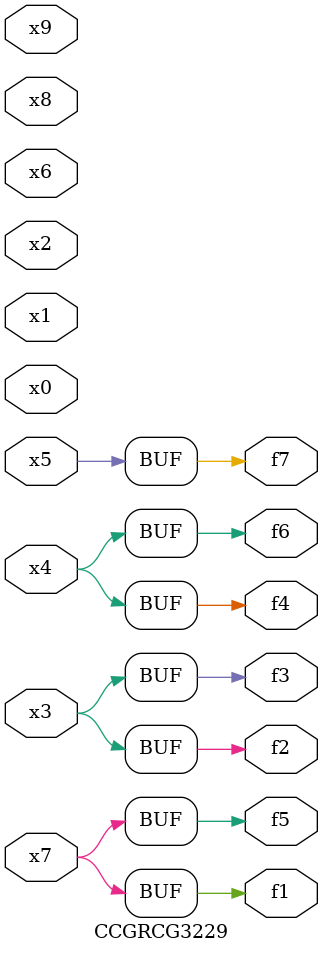
<source format=v>
module CCGRCG3229(
	input x0, x1, x2, x3, x4, x5, x6, x7, x8, x9,
	output f1, f2, f3, f4, f5, f6, f7
);
	assign f1 = x7;
	assign f2 = x3;
	assign f3 = x3;
	assign f4 = x4;
	assign f5 = x7;
	assign f6 = x4;
	assign f7 = x5;
endmodule

</source>
